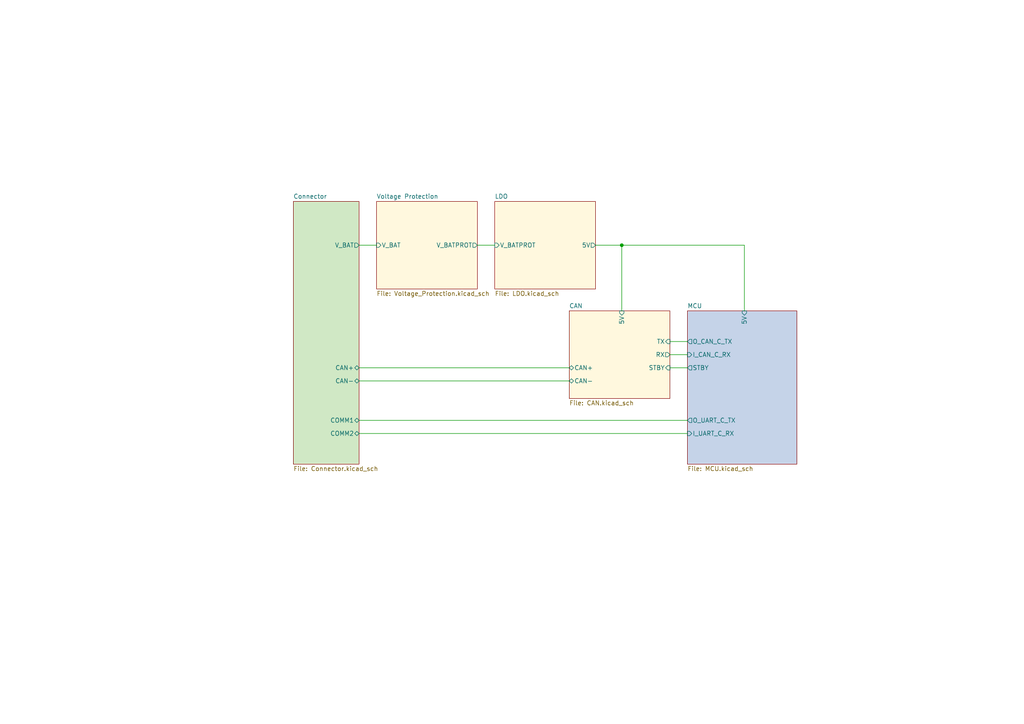
<source format=kicad_sch>
(kicad_sch
	(version 20231120)
	(generator "eeschema")
	(generator_version "8.0")
	(uuid "22b5686d-4066-4cca-b3fa-7f651d3b4e78")
	(paper "A4")
	(title_block
		(title "${project_name}")
		(date "2024-11-20")
		(rev "v1")
		(company "${uni_name}")
		(comment 1 "${course_date}")
		(comment 2 "${folder_name}")
	)
	(lib_symbols)
	(junction
		(at 180.34 71.12)
		(diameter 0)
		(color 0 0 0 0)
		(uuid "c8680857-0ff0-4afa-b862-6900af17307b")
	)
	(wire
		(pts
			(xy 194.31 99.06) (xy 199.39 99.06)
		)
		(stroke
			(width 0)
			(type default)
		)
		(uuid "34a11da7-f40d-4ba3-9be9-3457636642b8")
	)
	(wire
		(pts
			(xy 172.72 71.12) (xy 180.34 71.12)
		)
		(stroke
			(width 0)
			(type default)
		)
		(uuid "3ddc1443-ceba-43be-90d1-03b38ae75d6b")
	)
	(wire
		(pts
			(xy 104.14 71.12) (xy 109.22 71.12)
		)
		(stroke
			(width 0)
			(type default)
		)
		(uuid "4f562b33-2cf4-44e0-8326-f669e3e58bd3")
	)
	(wire
		(pts
			(xy 215.9 90.17) (xy 215.9 71.12)
		)
		(stroke
			(width 0)
			(type default)
		)
		(uuid "52e3551b-6cd9-4848-a88d-298308835dcf")
	)
	(wire
		(pts
			(xy 194.31 106.68) (xy 199.39 106.68)
		)
		(stroke
			(width 0)
			(type default)
		)
		(uuid "67c3fd31-6f83-4fac-be36-e741557cdca0")
	)
	(wire
		(pts
			(xy 194.31 102.87) (xy 199.39 102.87)
		)
		(stroke
			(width 0)
			(type default)
		)
		(uuid "68dc21bb-ead3-4250-9897-9f7db2724b73")
	)
	(wire
		(pts
			(xy 104.14 106.68) (xy 165.1 106.68)
		)
		(stroke
			(width 0)
			(type default)
		)
		(uuid "6f65ebc6-a39a-4623-84f9-a82246dcd530")
	)
	(wire
		(pts
			(xy 104.14 121.92) (xy 199.39 121.92)
		)
		(stroke
			(width 0)
			(type default)
		)
		(uuid "83526ca4-8e19-4db2-8ca9-2ad5b172f194")
	)
	(wire
		(pts
			(xy 104.14 110.49) (xy 165.1 110.49)
		)
		(stroke
			(width 0)
			(type default)
		)
		(uuid "838f7f24-43d8-4aa5-a22c-94c61425b3a9")
	)
	(wire
		(pts
			(xy 104.14 125.73) (xy 199.39 125.73)
		)
		(stroke
			(width 0)
			(type default)
		)
		(uuid "871a44d5-0cea-4965-98cf-6f6545c3b548")
	)
	(wire
		(pts
			(xy 138.43 71.12) (xy 143.51 71.12)
		)
		(stroke
			(width 0)
			(type default)
		)
		(uuid "89258d1d-aa4b-42da-be7f-8daebe13b296")
	)
	(wire
		(pts
			(xy 215.9 71.12) (xy 180.34 71.12)
		)
		(stroke
			(width 0)
			(type default)
		)
		(uuid "f2ee7390-0bdb-47a3-9563-c8466ecf7de5")
	)
	(wire
		(pts
			(xy 180.34 71.12) (xy 180.34 90.17)
		)
		(stroke
			(width 0)
			(type default)
		)
		(uuid "f5e04cc5-0ddb-438f-bbe7-7b1334fe5288")
	)
	(sheet
		(at 109.22 58.42)
		(size 29.21 25.4)
		(fields_autoplaced yes)
		(stroke
			(width 0.1524)
			(type solid)
		)
		(fill
			(color 255 248 222 1.0000)
		)
		(uuid "005f975a-6bfd-47ee-a9d9-1850e79ea296")
		(property "Sheetname" "Voltage Protection"
			(at 109.22 57.7084 0)
			(effects
				(font
					(size 1.27 1.27)
				)
				(justify left bottom)
			)
		)
		(property "Sheetfile" "Voltage_Protection.kicad_sch"
			(at 109.22 84.4046 0)
			(effects
				(font
					(size 1.27 1.27)
				)
				(justify left top)
			)
		)
		(pin "V_BAT" input
			(at 109.22 71.12 180)
			(effects
				(font
					(size 1.27 1.27)
				)
				(justify left)
			)
			(uuid "654df133-8a82-41ab-a478-a393b2615e13")
		)
		(pin "V_BATPROT" output
			(at 138.43 71.12 0)
			(effects
				(font
					(size 1.27 1.27)
				)
				(justify right)
			)
			(uuid "160fb595-8e2e-4858-ad42-d4c58f6d7b99")
		)
		(instances
			(project "ECU_SW_Control"
				(path "/22b5686d-4066-4cca-b3fa-7f651d3b4e78"
					(page "3")
				)
			)
		)
	)
	(sheet
		(at 165.1 90.17)
		(size 29.21 25.4)
		(fields_autoplaced yes)
		(stroke
			(width 0.1524)
			(type solid)
		)
		(fill
			(color 255 248 222 1.0000)
		)
		(uuid "097d8341-7c77-478e-a7fc-1c801e4fd53b")
		(property "Sheetname" "CAN"
			(at 165.1 89.4584 0)
			(effects
				(font
					(size 1.27 1.27)
				)
				(justify left bottom)
			)
		)
		(property "Sheetfile" "CAN.kicad_sch"
			(at 165.1 116.1546 0)
			(effects
				(font
					(size 1.27 1.27)
				)
				(justify left top)
			)
		)
		(pin "CAN-" bidirectional
			(at 165.1 110.49 180)
			(effects
				(font
					(size 1.27 1.27)
				)
				(justify left)
			)
			(uuid "dc47cd0d-66e1-4266-8d27-8db42050260e")
		)
		(pin "RX" output
			(at 194.31 102.87 0)
			(effects
				(font
					(size 1.27 1.27)
				)
				(justify right)
			)
			(uuid "76593cfb-d507-462a-acde-7bec747ffe00")
		)
		(pin "TX" input
			(at 194.31 99.06 0)
			(effects
				(font
					(size 1.27 1.27)
				)
				(justify right)
			)
			(uuid "8306e7bc-963d-4e53-8684-46a5a4279392")
		)
		(pin "STBY" input
			(at 194.31 106.68 0)
			(effects
				(font
					(size 1.27 1.27)
				)
				(justify right)
			)
			(uuid "0c79bb11-994f-4110-b1ac-cf5d62fde588")
		)
		(pin "5V" input
			(at 180.34 90.17 90)
			(effects
				(font
					(size 1.27 1.27)
				)
				(justify right)
			)
			(uuid "2c1e05ce-7a18-42cf-af22-1de5c4d066c5")
		)
		(pin "CAN+" bidirectional
			(at 165.1 106.68 180)
			(effects
				(font
					(size 1.27 1.27)
				)
				(justify left)
			)
			(uuid "efa6e34c-2a4b-46fa-ad66-f36404846a3c")
		)
		(instances
			(project "ECU_SW_Control"
				(path "/22b5686d-4066-4cca-b3fa-7f651d3b4e78"
					(page "5")
				)
			)
		)
	)
	(sheet
		(at 199.39 90.17)
		(size 31.75 44.45)
		(fields_autoplaced yes)
		(stroke
			(width 0.1524)
			(type solid)
		)
		(fill
			(color 197 211 232 1.0000)
		)
		(uuid "136f63bc-0aeb-45c2-9781-e0e8ee1620e8")
		(property "Sheetname" "MCU"
			(at 199.39 89.4584 0)
			(effects
				(font
					(size 1.27 1.27)
				)
				(justify left bottom)
			)
		)
		(property "Sheetfile" "MCU.kicad_sch"
			(at 199.39 135.2046 0)
			(effects
				(font
					(size 1.27 1.27)
				)
				(justify left top)
			)
		)
		(pin "5V" input
			(at 215.9 90.17 90)
			(effects
				(font
					(size 1.27 1.27)
				)
				(justify right)
			)
			(uuid "9b9f7abd-2761-4775-9650-be777f7462de")
		)
		(pin "STBY" output
			(at 199.39 106.68 180)
			(effects
				(font
					(size 1.27 1.27)
				)
				(justify left)
			)
			(uuid "ecd3f189-5fcb-465c-8143-d6467a8ed091")
		)
		(pin "O_CAN_C_TX" output
			(at 199.39 99.06 180)
			(effects
				(font
					(size 1.27 1.27)
				)
				(justify left)
			)
			(uuid "9b4d6f4e-c8b0-47f8-bcc0-f94a1dcecbd1")
		)
		(pin "I_CAN_C_RX" input
			(at 199.39 102.87 180)
			(effects
				(font
					(size 1.27 1.27)
				)
				(justify left)
			)
			(uuid "dda195c0-c7f6-45ba-812b-627702ec140c")
		)
		(pin "I_UART_C_RX" input
			(at 199.39 125.73 180)
			(effects
				(font
					(size 1.27 1.27)
				)
				(justify left)
			)
			(uuid "e0ba2c86-29df-4052-843d-c3062948ca3b")
		)
		(pin "O_UART_C_TX" output
			(at 199.39 121.92 180)
			(effects
				(font
					(size 1.27 1.27)
				)
				(justify left)
			)
			(uuid "ce24b2cf-b73e-4e7c-9234-e0a72350134d")
		)
		(instances
			(project "ECU_SW_Control"
				(path "/22b5686d-4066-4cca-b3fa-7f651d3b4e78"
					(page "6")
				)
			)
		)
	)
	(sheet
		(at 143.51 58.42)
		(size 29.21 25.4)
		(fields_autoplaced yes)
		(stroke
			(width 0.1524)
			(type solid)
		)
		(fill
			(color 255 248 222 1.0000)
		)
		(uuid "8a638086-9898-477a-bb8a-3f01eb849e9b")
		(property "Sheetname" "LDO"
			(at 143.51 57.7084 0)
			(effects
				(font
					(size 1.27 1.27)
				)
				(justify left bottom)
			)
		)
		(property "Sheetfile" "LDO.kicad_sch"
			(at 143.51 84.4046 0)
			(effects
				(font
					(size 1.27 1.27)
				)
				(justify left top)
			)
		)
		(pin "V_BATPROT" input
			(at 143.51 71.12 180)
			(effects
				(font
					(size 1.27 1.27)
				)
				(justify left)
			)
			(uuid "3d984ca2-2783-4152-a79f-ce86c8fe71bd")
		)
		(pin "5V" output
			(at 172.72 71.12 0)
			(effects
				(font
					(size 1.27 1.27)
				)
				(justify right)
			)
			(uuid "dd74083b-4595-48a3-af84-17da8254ec31")
		)
		(instances
			(project "ECU_SW_Control"
				(path "/22b5686d-4066-4cca-b3fa-7f651d3b4e78"
					(page "4")
				)
			)
		)
	)
	(sheet
		(at 85.09 58.42)
		(size 19.05 76.2)
		(fields_autoplaced yes)
		(stroke
			(width 0.1524)
			(type solid)
		)
		(fill
			(color 208 232 197 1.0000)
		)
		(uuid "d7bad02b-04f9-49b3-b559-76f4be0f13bc")
		(property "Sheetname" "Connector"
			(at 85.09 57.7084 0)
			(effects
				(font
					(size 1.27 1.27)
				)
				(justify left bottom)
			)
		)
		(property "Sheetfile" "Connector.kicad_sch"
			(at 85.09 135.2046 0)
			(effects
				(font
					(size 1.27 1.27)
				)
				(justify left top)
			)
		)
		(pin "CAN-" bidirectional
			(at 104.14 110.49 0)
			(effects
				(font
					(size 1.27 1.27)
				)
				(justify right)
			)
			(uuid "85801d78-d4ae-49c2-93f6-adab03e6882a")
		)
		(pin "COMM1" bidirectional
			(at 104.14 121.92 0)
			(effects
				(font
					(size 1.27 1.27)
				)
				(justify right)
			)
			(uuid "73c9c300-eda6-494f-8513-e24e82b88d2e")
		)
		(pin "CAN+" bidirectional
			(at 104.14 106.68 0)
			(effects
				(font
					(size 1.27 1.27)
				)
				(justify right)
			)
			(uuid "cb6ccf91-4da8-4941-b376-51706b7ff415")
		)
		(pin "V_BAT" output
			(at 104.14 71.12 0)
			(effects
				(font
					(size 1.27 1.27)
				)
				(justify right)
			)
			(uuid "afeec69c-0402-4082-93b1-d9b95b7ce378")
		)
		(pin "COMM2" bidirectional
			(at 104.14 125.73 0)
			(effects
				(font
					(size 1.27 1.27)
				)
				(justify right)
			)
			(uuid "f013907a-8bc4-4824-9488-0fd0bebd63dd")
		)
		(instances
			(project "ECU_SW_Control"
				(path "/22b5686d-4066-4cca-b3fa-7f651d3b4e78"
					(page "2")
				)
			)
		)
	)
	(sheet_instances
		(path "/"
			(page "1")
		)
	)
)

</source>
